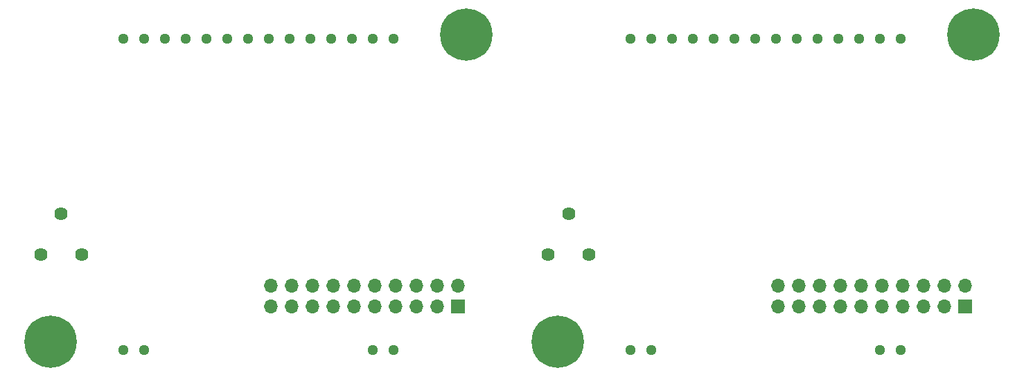
<source format=gbl>
G04 #@! TF.GenerationSoftware,KiCad,Pcbnew,7.0.2-0*
G04 #@! TF.CreationDate,2023-05-23T19:49:29+02:00*
G04 #@! TF.ProjectId,dogs102,646f6773-3130-4322-9e6b-696361645f70,rev?*
G04 #@! TF.SameCoordinates,Original*
G04 #@! TF.FileFunction,Copper,L2,Bot*
G04 #@! TF.FilePolarity,Positive*
%FSLAX46Y46*%
G04 Gerber Fmt 4.6, Leading zero omitted, Abs format (unit mm)*
G04 Created by KiCad (PCBNEW 7.0.2-0) date 2023-05-23 19:49:29*
%MOMM*%
%LPD*%
G01*
G04 APERTURE LIST*
G04 #@! TA.AperFunction,ComponentPad*
%ADD10C,0.800000*%
G04 #@! TD*
G04 #@! TA.AperFunction,ComponentPad*
%ADD11C,6.400000*%
G04 #@! TD*
G04 #@! TA.AperFunction,ComponentPad*
%ADD12C,1.280000*%
G04 #@! TD*
G04 #@! TA.AperFunction,ComponentPad*
%ADD13C,1.620000*%
G04 #@! TD*
G04 #@! TA.AperFunction,ComponentPad*
%ADD14R,1.700000X1.700000*%
G04 #@! TD*
G04 #@! TA.AperFunction,ComponentPad*
%ADD15O,1.700000X1.700000*%
G04 #@! TD*
G04 APERTURE END LIST*
D10*
X119266000Y-123444000D03*
X119968944Y-121746944D03*
X119968944Y-125141056D03*
X121666000Y-121044000D03*
D11*
X121666000Y-123444000D03*
D10*
X121666000Y-125844000D03*
X123363056Y-121746944D03*
X123363056Y-125141056D03*
X124066000Y-123444000D03*
X170066000Y-85852000D03*
X170768944Y-84154944D03*
X170768944Y-87549056D03*
X172466000Y-83452000D03*
D11*
X172466000Y-85852000D03*
D10*
X172466000Y-88252000D03*
X174163056Y-84154944D03*
X174163056Y-87549056D03*
X174866000Y-85852000D03*
D12*
X130556000Y-124460000D03*
X133096000Y-124460000D03*
X161036000Y-124460000D03*
X163576000Y-124460000D03*
X163576000Y-86360000D03*
X161036000Y-86360000D03*
X158496000Y-86360000D03*
X155956000Y-86360000D03*
X153416000Y-86360000D03*
X150876000Y-86360000D03*
X148336000Y-86360000D03*
X145796000Y-86360000D03*
X143256000Y-86360000D03*
X140716000Y-86360000D03*
X138176000Y-86360000D03*
X135636000Y-86360000D03*
X133096000Y-86360000D03*
X130556000Y-86360000D03*
D13*
X125460000Y-112800000D03*
X122960000Y-107800000D03*
X120460000Y-112800000D03*
X187460000Y-112800000D03*
X184960000Y-107800000D03*
X182460000Y-112800000D03*
D10*
X232066000Y-85852000D03*
X232768944Y-84154944D03*
X232768944Y-87549056D03*
X234466000Y-83452000D03*
D11*
X234466000Y-85852000D03*
D10*
X234466000Y-88252000D03*
X236163056Y-84154944D03*
X236163056Y-87549056D03*
X236866000Y-85852000D03*
D12*
X192556000Y-124460000D03*
X195096000Y-124460000D03*
X223036000Y-124460000D03*
X225576000Y-124460000D03*
X225576000Y-86360000D03*
X223036000Y-86360000D03*
X220496000Y-86360000D03*
X217956000Y-86360000D03*
X215416000Y-86360000D03*
X212876000Y-86360000D03*
X210336000Y-86360000D03*
X207796000Y-86360000D03*
X205256000Y-86360000D03*
X202716000Y-86360000D03*
X200176000Y-86360000D03*
X197636000Y-86360000D03*
X195096000Y-86360000D03*
X192556000Y-86360000D03*
D10*
X181266000Y-123444000D03*
X181968944Y-121746944D03*
X181968944Y-125141056D03*
X183666000Y-121044000D03*
D11*
X183666000Y-123444000D03*
D10*
X183666000Y-125844000D03*
X185363056Y-121746944D03*
X185363056Y-125141056D03*
X186066000Y-123444000D03*
D14*
X171450000Y-119126000D03*
D15*
X171450000Y-116586000D03*
X168910000Y-119126000D03*
X168910000Y-116586000D03*
X166370000Y-119126000D03*
X166370000Y-116586000D03*
X163830000Y-119126000D03*
X163830000Y-116586000D03*
X161290000Y-119126000D03*
X161290000Y-116586000D03*
X158750000Y-119126000D03*
X158750000Y-116586000D03*
X156210000Y-119126000D03*
X156210000Y-116586000D03*
X153670000Y-119126000D03*
X153670000Y-116586000D03*
X151130000Y-119126000D03*
X151130000Y-116586000D03*
X148590000Y-119126000D03*
X148590000Y-116586000D03*
D14*
X233450000Y-119126000D03*
D15*
X233450000Y-116586000D03*
X230910000Y-119126000D03*
X230910000Y-116586000D03*
X228370000Y-119126000D03*
X228370000Y-116586000D03*
X225830000Y-119126000D03*
X225830000Y-116586000D03*
X223290000Y-119126000D03*
X223290000Y-116586000D03*
X220750000Y-119126000D03*
X220750000Y-116586000D03*
X218210000Y-119126000D03*
X218210000Y-116586000D03*
X215670000Y-119126000D03*
X215670000Y-116586000D03*
X213130000Y-119126000D03*
X213130000Y-116586000D03*
X210590000Y-119126000D03*
X210590000Y-116586000D03*
M02*

</source>
